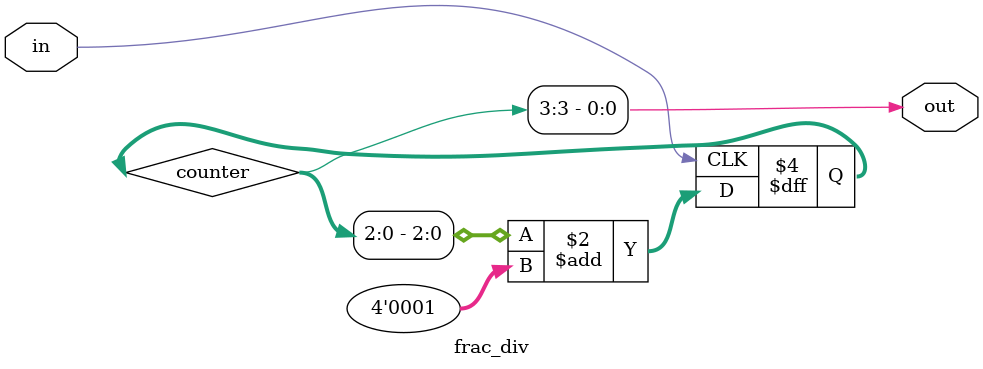
<source format=v>
module frac_div(
  input  wire in,
  output wire out
);

parameter Width = 3; // 2**3 = 8
parameter Incr  = 1;

reg [Width:0] counter = 0;

always @(posedge in)
  counter <= counter[Width-1:0] + Incr[Width:0];

assign out = counter[Width];

endmodule

</source>
